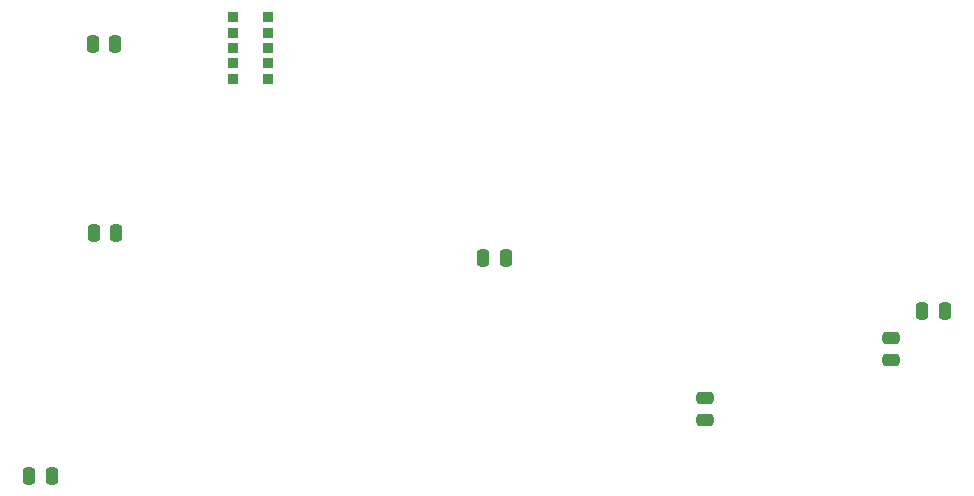
<source format=gbp>
%TF.GenerationSoftware,KiCad,Pcbnew,(6.0.10-0)*%
%TF.CreationDate,2023-01-19T22:09:39-05:00*%
%TF.ProjectId,Tang Primer 20k HD6309 Board,54616e67-2050-4726-996d-65722032306b,rev?*%
%TF.SameCoordinates,Original*%
%TF.FileFunction,Paste,Bot*%
%TF.FilePolarity,Positive*%
%FSLAX46Y46*%
G04 Gerber Fmt 4.6, Leading zero omitted, Abs format (unit mm)*
G04 Created by KiCad (PCBNEW (6.0.10-0)) date 2023-01-19 22:09:39*
%MOMM*%
%LPD*%
G01*
G04 APERTURE LIST*
G04 Aperture macros list*
%AMRoundRect*
0 Rectangle with rounded corners*
0 $1 Rounding radius*
0 $2 $3 $4 $5 $6 $7 $8 $9 X,Y pos of 4 corners*
0 Add a 4 corners polygon primitive as box body*
4,1,4,$2,$3,$4,$5,$6,$7,$8,$9,$2,$3,0*
0 Add four circle primitives for the rounded corners*
1,1,$1+$1,$2,$3*
1,1,$1+$1,$4,$5*
1,1,$1+$1,$6,$7*
1,1,$1+$1,$8,$9*
0 Add four rect primitives between the rounded corners*
20,1,$1+$1,$2,$3,$4,$5,0*
20,1,$1+$1,$4,$5,$6,$7,0*
20,1,$1+$1,$6,$7,$8,$9,0*
20,1,$1+$1,$8,$9,$2,$3,0*%
G04 Aperture macros list end*
%ADD10RoundRect,0.250000X0.250000X0.475000X-0.250000X0.475000X-0.250000X-0.475000X0.250000X-0.475000X0*%
%ADD11RoundRect,0.250000X-0.250000X-0.475000X0.250000X-0.475000X0.250000X0.475000X-0.250000X0.475000X0*%
%ADD12RoundRect,0.250000X0.475000X-0.250000X0.475000X0.250000X-0.475000X0.250000X-0.475000X-0.250000X0*%
%ADD13R,0.900000X0.900000*%
G04 APERTURE END LIST*
D10*
X110236000Y-91440000D03*
X108336000Y-91440000D03*
D11*
X34605000Y-105410000D03*
X32705000Y-105410000D03*
D10*
X40066000Y-84836000D03*
X38166000Y-84836000D03*
D12*
X105664000Y-95626000D03*
X105664000Y-93726000D03*
D10*
X40000000Y-68834000D03*
X38100000Y-68834000D03*
D12*
X89916000Y-98806000D03*
X89916000Y-100706000D03*
D11*
X71170000Y-86985000D03*
X73070000Y-86985000D03*
D13*
X52935000Y-71815000D03*
X52935000Y-70495000D03*
X52935000Y-69215000D03*
X52935000Y-67935000D03*
X52935000Y-66615000D03*
X49935000Y-66615000D03*
X49935000Y-67935000D03*
X49935000Y-69215000D03*
X49935000Y-70495000D03*
X49935000Y-71815000D03*
M02*

</source>
